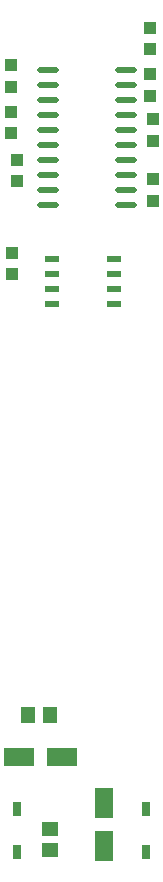
<source format=gtp>
G04 Layer_Color=8421504*
%FSLAX25Y25*%
%MOIN*%
G70*
G01*
G75*
%ADD10R,0.04331X0.04331*%
%ADD11R,0.02756X0.04724*%
%ADD12R,0.04528X0.05709*%
%ADD13R,0.10236X0.06299*%
%ADD14R,0.05709X0.04528*%
G04:AMPARAMS|DCode=15|XSize=21.65mil|YSize=49.21mil|CornerRadius=1.95mil|HoleSize=0mil|Usage=FLASHONLY|Rotation=90.000|XOffset=0mil|YOffset=0mil|HoleType=Round|Shape=RoundedRectangle|*
%AMROUNDEDRECTD15*
21,1,0.02165,0.04532,0,0,90.0*
21,1,0.01776,0.04921,0,0,90.0*
1,1,0.00390,0.02266,0.00888*
1,1,0.00390,0.02266,-0.00888*
1,1,0.00390,-0.02266,-0.00888*
1,1,0.00390,-0.02266,0.00888*
%
%ADD15ROUNDEDRECTD15*%
%ADD16R,0.06299X0.10236*%
%ADD17O,0.07283X0.02165*%
D10*
X4500Y227043D02*
D03*
Y219957D02*
D03*
X6000Y250957D02*
D03*
Y258043D02*
D03*
X51500Y251543D02*
D03*
Y244457D02*
D03*
X4000Y274043D02*
D03*
Y266957D02*
D03*
Y289543D02*
D03*
Y282457D02*
D03*
X51500Y264457D02*
D03*
Y271543D02*
D03*
X50500Y294957D02*
D03*
Y302043D02*
D03*
X50500Y279413D02*
D03*
Y286500D02*
D03*
D11*
X6000Y27217D02*
D03*
Y41783D02*
D03*
X49000Y41783D02*
D03*
Y27217D02*
D03*
D12*
X17043Y73000D02*
D03*
X9957D02*
D03*
D13*
X21087Y59000D02*
D03*
X6913D02*
D03*
D14*
X17000Y27957D02*
D03*
Y35043D02*
D03*
D15*
X17665Y225000D02*
D03*
Y220000D02*
D03*
Y215000D02*
D03*
Y210000D02*
D03*
X38335Y225000D02*
D03*
Y220000D02*
D03*
Y215000D02*
D03*
Y210000D02*
D03*
D16*
X35000Y29413D02*
D03*
Y43587D02*
D03*
D17*
X16500Y288000D02*
D03*
Y283000D02*
D03*
Y278000D02*
D03*
Y273000D02*
D03*
Y268000D02*
D03*
Y263000D02*
D03*
Y258000D02*
D03*
Y253000D02*
D03*
Y248000D02*
D03*
Y243000D02*
D03*
X42500Y288000D02*
D03*
Y283000D02*
D03*
Y278000D02*
D03*
Y273000D02*
D03*
Y268000D02*
D03*
Y263000D02*
D03*
Y258000D02*
D03*
Y253000D02*
D03*
Y248000D02*
D03*
Y243000D02*
D03*
M02*

</source>
